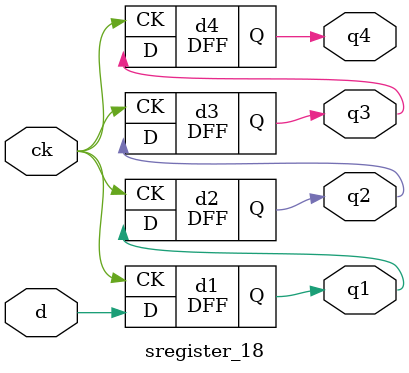
<source format=v>
module DFF ( CK, D, Q );
    input CK, D;
    output Q;
    reg Q;

    always @( negedge CK )
        Q <= D;

endmodule


module prregister_18(ck, d1, d2, d3, d4, q1, q2, q3, q4);
    input ck;
    input d1;
    input d2;
    input d3;
    input d4;
    output q1;
    output q2;
    output q3;
    output q4;

    DFF dff1(ck, d1, q1);
    DFF dff2(ck, d2, q2);
    DFF dff3(ck, d3, q3);
    DFF dff4(ck, q4, q4);

endmodule

module sregister_18(ck, d, q1, q2, q3, q4);
    input ck;
    input d;
    output q1;
    output q2;
    output q3;
    output q4;

    DFF d1(ck, d, q1);
    DFF d2(ck, q1, q2);
    DFF d3(ck, q2, q3);
    DFF d4(ck, q3, q4);

endmodule

</source>
